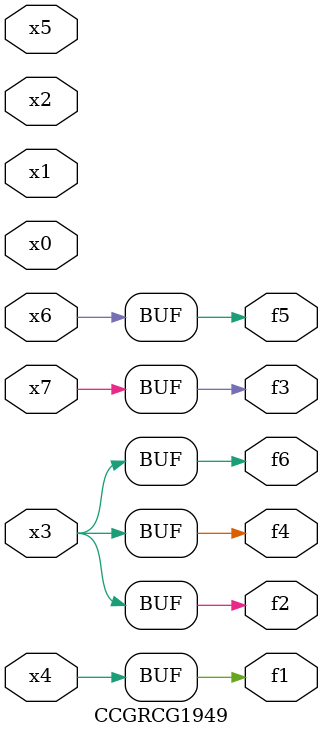
<source format=v>
module CCGRCG1949(
	input x0, x1, x2, x3, x4, x5, x6, x7,
	output f1, f2, f3, f4, f5, f6
);
	assign f1 = x4;
	assign f2 = x3;
	assign f3 = x7;
	assign f4 = x3;
	assign f5 = x6;
	assign f6 = x3;
endmodule

</source>
